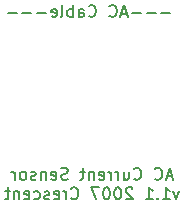
<source format=gbo>
G04 #@! TF.GenerationSoftware,KiCad,Pcbnew,(5.1.2)-1*
G04 #@! TF.CreationDate,2020-07-25T21:03:26+09:00*
G04 #@! TF.ProjectId,cs,63732e6b-6963-4616-945f-706362585858,v1.1*
G04 #@! TF.SameCoordinates,Original*
G04 #@! TF.FileFunction,Legend,Bot*
G04 #@! TF.FilePolarity,Positive*
%FSLAX46Y46*%
G04 Gerber Fmt 4.6, Leading zero omitted, Abs format (unit mm)*
G04 Created by KiCad (PCBNEW (5.1.2)-1) date 2020-07-25 21:03:26*
%MOMM*%
%LPD*%
G04 APERTURE LIST*
%ADD10C,0.150000*%
%ADD11C,2.302000*%
%ADD12O,1.802000X1.802000*%
%ADD13R,1.802000X1.802000*%
G04 APERTURE END LIST*
D10*
X151880952Y-116371428D02*
X151119047Y-116371428D01*
X150642857Y-116371428D02*
X149880952Y-116371428D01*
X149404761Y-116371428D02*
X148642857Y-116371428D01*
X148214285Y-116466666D02*
X147738095Y-116466666D01*
X148309523Y-116752380D02*
X147976190Y-115752380D01*
X147642857Y-116752380D01*
X146738095Y-116657142D02*
X146785714Y-116704761D01*
X146928571Y-116752380D01*
X147023809Y-116752380D01*
X147166666Y-116704761D01*
X147261904Y-116609523D01*
X147309523Y-116514285D01*
X147357142Y-116323809D01*
X147357142Y-116180952D01*
X147309523Y-115990476D01*
X147261904Y-115895238D01*
X147166666Y-115800000D01*
X147023809Y-115752380D01*
X146928571Y-115752380D01*
X146785714Y-115800000D01*
X146738095Y-115847619D01*
X144976190Y-116657142D02*
X145023809Y-116704761D01*
X145166666Y-116752380D01*
X145261904Y-116752380D01*
X145404761Y-116704761D01*
X145500000Y-116609523D01*
X145547619Y-116514285D01*
X145595238Y-116323809D01*
X145595238Y-116180952D01*
X145547619Y-115990476D01*
X145500000Y-115895238D01*
X145404761Y-115800000D01*
X145261904Y-115752380D01*
X145166666Y-115752380D01*
X145023809Y-115800000D01*
X144976190Y-115847619D01*
X144119047Y-116752380D02*
X144119047Y-116228571D01*
X144166666Y-116133333D01*
X144261904Y-116085714D01*
X144452380Y-116085714D01*
X144547619Y-116133333D01*
X144119047Y-116704761D02*
X144214285Y-116752380D01*
X144452380Y-116752380D01*
X144547619Y-116704761D01*
X144595238Y-116609523D01*
X144595238Y-116514285D01*
X144547619Y-116419047D01*
X144452380Y-116371428D01*
X144214285Y-116371428D01*
X144119047Y-116323809D01*
X143642857Y-116752380D02*
X143642857Y-115752380D01*
X143642857Y-116133333D02*
X143547619Y-116085714D01*
X143357142Y-116085714D01*
X143261904Y-116133333D01*
X143214285Y-116180952D01*
X143166666Y-116276190D01*
X143166666Y-116561904D01*
X143214285Y-116657142D01*
X143261904Y-116704761D01*
X143357142Y-116752380D01*
X143547619Y-116752380D01*
X143642857Y-116704761D01*
X142595238Y-116752380D02*
X142690476Y-116704761D01*
X142738095Y-116609523D01*
X142738095Y-115752380D01*
X141833333Y-116704761D02*
X141928571Y-116752380D01*
X142119047Y-116752380D01*
X142214285Y-116704761D01*
X142261904Y-116609523D01*
X142261904Y-116228571D01*
X142214285Y-116133333D01*
X142119047Y-116085714D01*
X141928571Y-116085714D01*
X141833333Y-116133333D01*
X141785714Y-116228571D01*
X141785714Y-116323809D01*
X142261904Y-116419047D01*
X141357142Y-116371428D02*
X140595238Y-116371428D01*
X140119047Y-116371428D02*
X139357142Y-116371428D01*
X138880952Y-116371428D02*
X138119047Y-116371428D01*
X152061904Y-130241666D02*
X151585714Y-130241666D01*
X152157142Y-130527380D02*
X151823809Y-129527380D01*
X151490476Y-130527380D01*
X150585714Y-130432142D02*
X150633333Y-130479761D01*
X150776190Y-130527380D01*
X150871428Y-130527380D01*
X151014285Y-130479761D01*
X151109523Y-130384523D01*
X151157142Y-130289285D01*
X151204761Y-130098809D01*
X151204761Y-129955952D01*
X151157142Y-129765476D01*
X151109523Y-129670238D01*
X151014285Y-129575000D01*
X150871428Y-129527380D01*
X150776190Y-129527380D01*
X150633333Y-129575000D01*
X150585714Y-129622619D01*
X148823809Y-130432142D02*
X148871428Y-130479761D01*
X149014285Y-130527380D01*
X149109523Y-130527380D01*
X149252380Y-130479761D01*
X149347619Y-130384523D01*
X149395238Y-130289285D01*
X149442857Y-130098809D01*
X149442857Y-129955952D01*
X149395238Y-129765476D01*
X149347619Y-129670238D01*
X149252380Y-129575000D01*
X149109523Y-129527380D01*
X149014285Y-129527380D01*
X148871428Y-129575000D01*
X148823809Y-129622619D01*
X147966666Y-129860714D02*
X147966666Y-130527380D01*
X148395238Y-129860714D02*
X148395238Y-130384523D01*
X148347619Y-130479761D01*
X148252380Y-130527380D01*
X148109523Y-130527380D01*
X148014285Y-130479761D01*
X147966666Y-130432142D01*
X147490476Y-130527380D02*
X147490476Y-129860714D01*
X147490476Y-130051190D02*
X147442857Y-129955952D01*
X147395238Y-129908333D01*
X147300000Y-129860714D01*
X147204761Y-129860714D01*
X146871428Y-130527380D02*
X146871428Y-129860714D01*
X146871428Y-130051190D02*
X146823809Y-129955952D01*
X146776190Y-129908333D01*
X146680952Y-129860714D01*
X146585714Y-129860714D01*
X145871428Y-130479761D02*
X145966666Y-130527380D01*
X146157142Y-130527380D01*
X146252380Y-130479761D01*
X146300000Y-130384523D01*
X146300000Y-130003571D01*
X146252380Y-129908333D01*
X146157142Y-129860714D01*
X145966666Y-129860714D01*
X145871428Y-129908333D01*
X145823809Y-130003571D01*
X145823809Y-130098809D01*
X146300000Y-130194047D01*
X145395238Y-129860714D02*
X145395238Y-130527380D01*
X145395238Y-129955952D02*
X145347619Y-129908333D01*
X145252380Y-129860714D01*
X145109523Y-129860714D01*
X145014285Y-129908333D01*
X144966666Y-130003571D01*
X144966666Y-130527380D01*
X144633333Y-129860714D02*
X144252380Y-129860714D01*
X144490476Y-129527380D02*
X144490476Y-130384523D01*
X144442857Y-130479761D01*
X144347619Y-130527380D01*
X144252380Y-130527380D01*
X143204761Y-130479761D02*
X143061904Y-130527380D01*
X142823809Y-130527380D01*
X142728571Y-130479761D01*
X142680952Y-130432142D01*
X142633333Y-130336904D01*
X142633333Y-130241666D01*
X142680952Y-130146428D01*
X142728571Y-130098809D01*
X142823809Y-130051190D01*
X143014285Y-130003571D01*
X143109523Y-129955952D01*
X143157142Y-129908333D01*
X143204761Y-129813095D01*
X143204761Y-129717857D01*
X143157142Y-129622619D01*
X143109523Y-129575000D01*
X143014285Y-129527380D01*
X142776190Y-129527380D01*
X142633333Y-129575000D01*
X141823809Y-130479761D02*
X141919047Y-130527380D01*
X142109523Y-130527380D01*
X142204761Y-130479761D01*
X142252380Y-130384523D01*
X142252380Y-130003571D01*
X142204761Y-129908333D01*
X142109523Y-129860714D01*
X141919047Y-129860714D01*
X141823809Y-129908333D01*
X141776190Y-130003571D01*
X141776190Y-130098809D01*
X142252380Y-130194047D01*
X141347619Y-129860714D02*
X141347619Y-130527380D01*
X141347619Y-129955952D02*
X141300000Y-129908333D01*
X141204761Y-129860714D01*
X141061904Y-129860714D01*
X140966666Y-129908333D01*
X140919047Y-130003571D01*
X140919047Y-130527380D01*
X140490476Y-130479761D02*
X140395238Y-130527380D01*
X140204761Y-130527380D01*
X140109523Y-130479761D01*
X140061904Y-130384523D01*
X140061904Y-130336904D01*
X140109523Y-130241666D01*
X140204761Y-130194047D01*
X140347619Y-130194047D01*
X140442857Y-130146428D01*
X140490476Y-130051190D01*
X140490476Y-130003571D01*
X140442857Y-129908333D01*
X140347619Y-129860714D01*
X140204761Y-129860714D01*
X140109523Y-129908333D01*
X139490476Y-130527380D02*
X139585714Y-130479761D01*
X139633333Y-130432142D01*
X139680952Y-130336904D01*
X139680952Y-130051190D01*
X139633333Y-129955952D01*
X139585714Y-129908333D01*
X139490476Y-129860714D01*
X139347619Y-129860714D01*
X139252380Y-129908333D01*
X139204761Y-129955952D01*
X139157142Y-130051190D01*
X139157142Y-130336904D01*
X139204761Y-130432142D01*
X139252380Y-130479761D01*
X139347619Y-130527380D01*
X139490476Y-130527380D01*
X138728571Y-130527380D02*
X138728571Y-129860714D01*
X138728571Y-130051190D02*
X138680952Y-129955952D01*
X138633333Y-129908333D01*
X138538095Y-129860714D01*
X138442857Y-129860714D01*
X152633333Y-131510714D02*
X152395238Y-132177380D01*
X152157142Y-131510714D01*
X151252380Y-132177380D02*
X151823809Y-132177380D01*
X151538095Y-132177380D02*
X151538095Y-131177380D01*
X151633333Y-131320238D01*
X151728571Y-131415476D01*
X151823809Y-131463095D01*
X150823809Y-132082142D02*
X150776190Y-132129761D01*
X150823809Y-132177380D01*
X150871428Y-132129761D01*
X150823809Y-132082142D01*
X150823809Y-132177380D01*
X149823809Y-132177380D02*
X150395238Y-132177380D01*
X150109523Y-132177380D02*
X150109523Y-131177380D01*
X150204761Y-131320238D01*
X150300000Y-131415476D01*
X150395238Y-131463095D01*
X148680952Y-131272619D02*
X148633333Y-131225000D01*
X148538095Y-131177380D01*
X148300000Y-131177380D01*
X148204761Y-131225000D01*
X148157142Y-131272619D01*
X148109523Y-131367857D01*
X148109523Y-131463095D01*
X148157142Y-131605952D01*
X148728571Y-132177380D01*
X148109523Y-132177380D01*
X147490476Y-131177380D02*
X147395238Y-131177380D01*
X147300000Y-131225000D01*
X147252380Y-131272619D01*
X147204761Y-131367857D01*
X147157142Y-131558333D01*
X147157142Y-131796428D01*
X147204761Y-131986904D01*
X147252380Y-132082142D01*
X147300000Y-132129761D01*
X147395238Y-132177380D01*
X147490476Y-132177380D01*
X147585714Y-132129761D01*
X147633333Y-132082142D01*
X147680952Y-131986904D01*
X147728571Y-131796428D01*
X147728571Y-131558333D01*
X147680952Y-131367857D01*
X147633333Y-131272619D01*
X147585714Y-131225000D01*
X147490476Y-131177380D01*
X146538095Y-131177380D02*
X146442857Y-131177380D01*
X146347619Y-131225000D01*
X146300000Y-131272619D01*
X146252380Y-131367857D01*
X146204761Y-131558333D01*
X146204761Y-131796428D01*
X146252380Y-131986904D01*
X146300000Y-132082142D01*
X146347619Y-132129761D01*
X146442857Y-132177380D01*
X146538095Y-132177380D01*
X146633333Y-132129761D01*
X146680952Y-132082142D01*
X146728571Y-131986904D01*
X146776190Y-131796428D01*
X146776190Y-131558333D01*
X146728571Y-131367857D01*
X146680952Y-131272619D01*
X146633333Y-131225000D01*
X146538095Y-131177380D01*
X145871428Y-131177380D02*
X145204761Y-131177380D01*
X145633333Y-132177380D01*
X143490476Y-132082142D02*
X143538095Y-132129761D01*
X143680952Y-132177380D01*
X143776190Y-132177380D01*
X143919047Y-132129761D01*
X144014285Y-132034523D01*
X144061904Y-131939285D01*
X144109523Y-131748809D01*
X144109523Y-131605952D01*
X144061904Y-131415476D01*
X144014285Y-131320238D01*
X143919047Y-131225000D01*
X143776190Y-131177380D01*
X143680952Y-131177380D01*
X143538095Y-131225000D01*
X143490476Y-131272619D01*
X143061904Y-132177380D02*
X143061904Y-131510714D01*
X143061904Y-131701190D02*
X143014285Y-131605952D01*
X142966666Y-131558333D01*
X142871428Y-131510714D01*
X142776190Y-131510714D01*
X142061904Y-132129761D02*
X142157142Y-132177380D01*
X142347619Y-132177380D01*
X142442857Y-132129761D01*
X142490476Y-132034523D01*
X142490476Y-131653571D01*
X142442857Y-131558333D01*
X142347619Y-131510714D01*
X142157142Y-131510714D01*
X142061904Y-131558333D01*
X142014285Y-131653571D01*
X142014285Y-131748809D01*
X142490476Y-131844047D01*
X141633333Y-132129761D02*
X141538095Y-132177380D01*
X141347619Y-132177380D01*
X141252380Y-132129761D01*
X141204761Y-132034523D01*
X141204761Y-131986904D01*
X141252380Y-131891666D01*
X141347619Y-131844047D01*
X141490476Y-131844047D01*
X141585714Y-131796428D01*
X141633333Y-131701190D01*
X141633333Y-131653571D01*
X141585714Y-131558333D01*
X141490476Y-131510714D01*
X141347619Y-131510714D01*
X141252380Y-131558333D01*
X140347619Y-132129761D02*
X140442857Y-132177380D01*
X140633333Y-132177380D01*
X140728571Y-132129761D01*
X140776190Y-132082142D01*
X140823809Y-131986904D01*
X140823809Y-131701190D01*
X140776190Y-131605952D01*
X140728571Y-131558333D01*
X140633333Y-131510714D01*
X140442857Y-131510714D01*
X140347619Y-131558333D01*
X139538095Y-132129761D02*
X139633333Y-132177380D01*
X139823809Y-132177380D01*
X139919047Y-132129761D01*
X139966666Y-132034523D01*
X139966666Y-131653571D01*
X139919047Y-131558333D01*
X139823809Y-131510714D01*
X139633333Y-131510714D01*
X139538095Y-131558333D01*
X139490476Y-131653571D01*
X139490476Y-131748809D01*
X139966666Y-131844047D01*
X139061904Y-131510714D02*
X139061904Y-132177380D01*
X139061904Y-131605952D02*
X139014285Y-131558333D01*
X138919047Y-131510714D01*
X138776190Y-131510714D01*
X138680952Y-131558333D01*
X138633333Y-131653571D01*
X138633333Y-132177380D01*
X138300000Y-131510714D02*
X137919047Y-131510714D01*
X138157142Y-131177380D02*
X138157142Y-132034523D01*
X138109523Y-132129761D01*
X138014285Y-132177380D01*
X137919047Y-132177380D01*
%LPC*%
D11*
X137000000Y-120000000D03*
X153000000Y-138000000D03*
X137000000Y-138000000D03*
X153000000Y-120000000D03*
X137000000Y-120000000D03*
X137000000Y-112000000D03*
X153000000Y-112000000D03*
D12*
X141920000Y-138400000D03*
X144460000Y-138400000D03*
D13*
X147000000Y-138400000D03*
M02*

</source>
